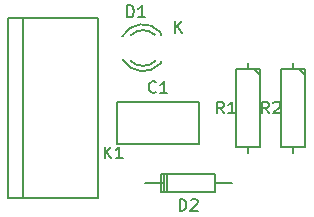
<source format=gbr>
G04 #@! TF.FileFunction,Legend,Top*
%FSLAX46Y46*%
G04 Gerber Fmt 4.6, Leading zero omitted, Abs format (unit mm)*
G04 Created by KiCad (PCBNEW 4.0.0-rc1-stable) date 30/11/2015 17:11:05*
%MOMM*%
G01*
G04 APERTURE LIST*
%ADD10C,0.100000*%
%ADD11C,0.150000*%
G04 APERTURE END LIST*
D10*
D11*
X146320000Y-113820000D02*
X153320000Y-113820000D01*
X153320000Y-113820000D02*
X153320000Y-117320000D01*
X153320000Y-117320000D02*
X146320000Y-117320000D01*
X146320000Y-117320000D02*
X146320000Y-113820000D01*
X150059000Y-107906000D02*
X150059000Y-108106000D01*
X150059000Y-110500000D02*
X150059000Y-110320000D01*
X146831256Y-110189643D02*
G75*
G03X150059000Y-110506000I1727744J1003643D01*
G01*
X147506994Y-110319068D02*
G75*
G03X149610000Y-110320000I1052006J1133068D01*
G01*
X150046220Y-107879274D02*
G75*
G03X146809000Y-108226000I-1497220J-1306726D01*
G01*
X149572889Y-108106747D02*
G75*
G03X147525000Y-108126000I-1013889J-1079253D01*
G01*
X154686520Y-120647460D02*
X156083520Y-120647460D01*
X150241520Y-120647460D02*
X148717520Y-120647460D01*
X150622520Y-119885460D02*
X150622520Y-121409460D01*
X150368520Y-119885460D02*
X150368520Y-121409460D01*
X150114520Y-120647460D02*
X150114520Y-121409460D01*
X150114520Y-121409460D02*
X154686520Y-121409460D01*
X154686520Y-121409460D02*
X154686520Y-119885460D01*
X154686520Y-119885460D02*
X150114520Y-119885460D01*
X150114520Y-119885460D02*
X150114520Y-120647460D01*
X137160000Y-106680000D02*
X144780000Y-106680000D01*
X137160000Y-121920000D02*
X144780000Y-121920000D01*
X138430000Y-106680000D02*
X138430000Y-121920000D01*
X144780000Y-106680000D02*
X144780000Y-121920000D01*
X137160000Y-106680000D02*
X137160000Y-121920000D01*
X157480000Y-110490000D02*
X157480000Y-110998000D01*
X157480000Y-118110000D02*
X157480000Y-117602000D01*
X157480000Y-117602000D02*
X158496000Y-117602000D01*
X158496000Y-117602000D02*
X158496000Y-110998000D01*
X158496000Y-110998000D02*
X156464000Y-110998000D01*
X156464000Y-110998000D02*
X156464000Y-117602000D01*
X156464000Y-117602000D02*
X157480000Y-117602000D01*
X157988000Y-110998000D02*
X158496000Y-111506000D01*
X161290000Y-110490000D02*
X161290000Y-110998000D01*
X161290000Y-118110000D02*
X161290000Y-117602000D01*
X161290000Y-117602000D02*
X162306000Y-117602000D01*
X162306000Y-117602000D02*
X162306000Y-110998000D01*
X162306000Y-110998000D02*
X160274000Y-110998000D01*
X160274000Y-110998000D02*
X160274000Y-117602000D01*
X160274000Y-117602000D02*
X161290000Y-117602000D01*
X161798000Y-110998000D02*
X162306000Y-111506000D01*
X149653334Y-112927143D02*
X149605715Y-112974762D01*
X149462858Y-113022381D01*
X149367620Y-113022381D01*
X149224762Y-112974762D01*
X149129524Y-112879524D01*
X149081905Y-112784286D01*
X149034286Y-112593810D01*
X149034286Y-112450952D01*
X149081905Y-112260476D01*
X149129524Y-112165238D01*
X149224762Y-112070000D01*
X149367620Y-112022381D01*
X149462858Y-112022381D01*
X149605715Y-112070000D01*
X149653334Y-112117619D01*
X150605715Y-113022381D02*
X150034286Y-113022381D01*
X150320000Y-113022381D02*
X150320000Y-112022381D01*
X150224762Y-112165238D01*
X150129524Y-112260476D01*
X150034286Y-112308095D01*
X147211905Y-106612381D02*
X147211905Y-105612381D01*
X147450000Y-105612381D01*
X147592858Y-105660000D01*
X147688096Y-105755238D01*
X147735715Y-105850476D01*
X147783334Y-106040952D01*
X147783334Y-106183810D01*
X147735715Y-106374286D01*
X147688096Y-106469524D01*
X147592858Y-106564762D01*
X147450000Y-106612381D01*
X147211905Y-106612381D01*
X148735715Y-106612381D02*
X148164286Y-106612381D01*
X148450000Y-106612381D02*
X148450000Y-105612381D01*
X148354762Y-105755238D01*
X148259524Y-105850476D01*
X148164286Y-105898095D01*
X151288095Y-107932381D02*
X151288095Y-106932381D01*
X151859524Y-107932381D02*
X151430952Y-107360952D01*
X151859524Y-106932381D02*
X151288095Y-107503810D01*
X151661905Y-123007381D02*
X151661905Y-122007381D01*
X151900000Y-122007381D01*
X152042858Y-122055000D01*
X152138096Y-122150238D01*
X152185715Y-122245476D01*
X152233334Y-122435952D01*
X152233334Y-122578810D01*
X152185715Y-122769286D01*
X152138096Y-122864524D01*
X152042858Y-122959762D01*
X151900000Y-123007381D01*
X151661905Y-123007381D01*
X152614286Y-122102619D02*
X152661905Y-122055000D01*
X152757143Y-122007381D01*
X152995239Y-122007381D01*
X153090477Y-122055000D01*
X153138096Y-122102619D01*
X153185715Y-122197857D01*
X153185715Y-122293095D01*
X153138096Y-122435952D01*
X152566667Y-123007381D01*
X153185715Y-123007381D01*
X145311905Y-118562381D02*
X145311905Y-117562381D01*
X145883334Y-118562381D02*
X145454762Y-117990952D01*
X145883334Y-117562381D02*
X145311905Y-118133810D01*
X146835715Y-118562381D02*
X146264286Y-118562381D01*
X146550000Y-118562381D02*
X146550000Y-117562381D01*
X146454762Y-117705238D01*
X146359524Y-117800476D01*
X146264286Y-117848095D01*
X155408334Y-114752381D02*
X155075000Y-114276190D01*
X154836905Y-114752381D02*
X154836905Y-113752381D01*
X155217858Y-113752381D01*
X155313096Y-113800000D01*
X155360715Y-113847619D01*
X155408334Y-113942857D01*
X155408334Y-114085714D01*
X155360715Y-114180952D01*
X155313096Y-114228571D01*
X155217858Y-114276190D01*
X154836905Y-114276190D01*
X156360715Y-114752381D02*
X155789286Y-114752381D01*
X156075000Y-114752381D02*
X156075000Y-113752381D01*
X155979762Y-113895238D01*
X155884524Y-113990476D01*
X155789286Y-114038095D01*
X159218334Y-114752381D02*
X158885000Y-114276190D01*
X158646905Y-114752381D02*
X158646905Y-113752381D01*
X159027858Y-113752381D01*
X159123096Y-113800000D01*
X159170715Y-113847619D01*
X159218334Y-113942857D01*
X159218334Y-114085714D01*
X159170715Y-114180952D01*
X159123096Y-114228571D01*
X159027858Y-114276190D01*
X158646905Y-114276190D01*
X159599286Y-113847619D02*
X159646905Y-113800000D01*
X159742143Y-113752381D01*
X159980239Y-113752381D01*
X160075477Y-113800000D01*
X160123096Y-113847619D01*
X160170715Y-113942857D01*
X160170715Y-114038095D01*
X160123096Y-114180952D01*
X159551667Y-114752381D01*
X160170715Y-114752381D01*
M02*

</source>
